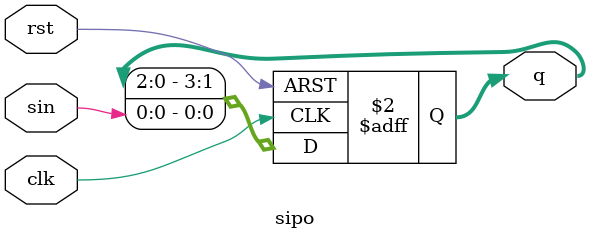
<source format=v>
module sipo(
input clk,
input rst,
input sin,
output reg[3:0] q
);
always @(posedge clk or posedge rst) begin
	if (rst)
		q <= 0;
	else
		q <={q[2:0],sin};

end
endmodule

</source>
